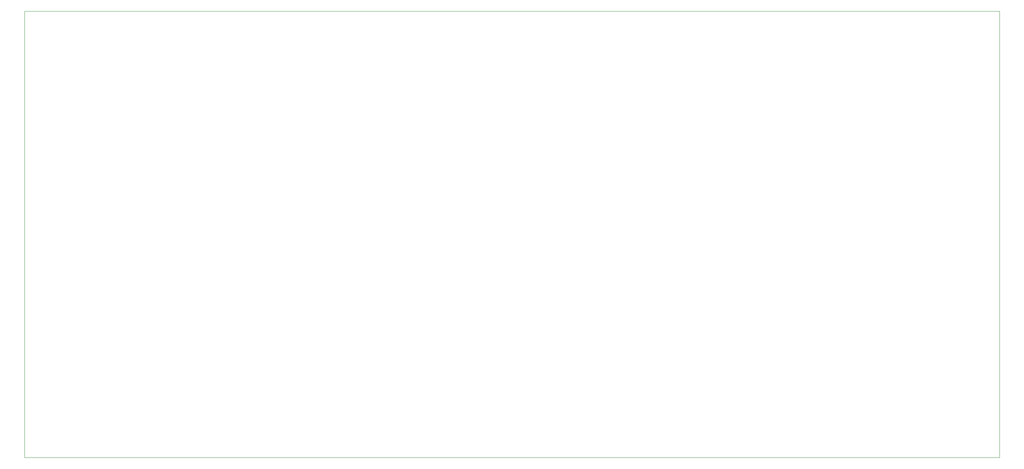
<source format=gbr>
%TF.GenerationSoftware,KiCad,Pcbnew,(5.1.12)-1*%
%TF.CreationDate,2022-01-30T22:31:33-08:00*%
%TF.ProjectId,ortho40,6f727468-6f34-4302-9e6b-696361645f70,rev?*%
%TF.SameCoordinates,Original*%
%TF.FileFunction,Profile,NP*%
%FSLAX46Y46*%
G04 Gerber Fmt 4.6, Leading zero omitted, Abs format (unit mm)*
G04 Created by KiCad (PCBNEW (5.1.12)-1) date 2022-01-30 22:31:33*
%MOMM*%
%LPD*%
G01*
G04 APERTURE LIST*
%TA.AperFunction,Profile*%
%ADD10C,0.100000*%
%TD*%
G04 APERTURE END LIST*
D10*
X114500000Y52500000D02*
X114500000Y-52500000D01*
X-114500000Y52500000D02*
X114500000Y52500000D01*
X-114500000Y-52500000D02*
X-114500660Y52500000D01*
X114500000Y-52500000D02*
X-114500000Y-52500000D01*
M02*

</source>
